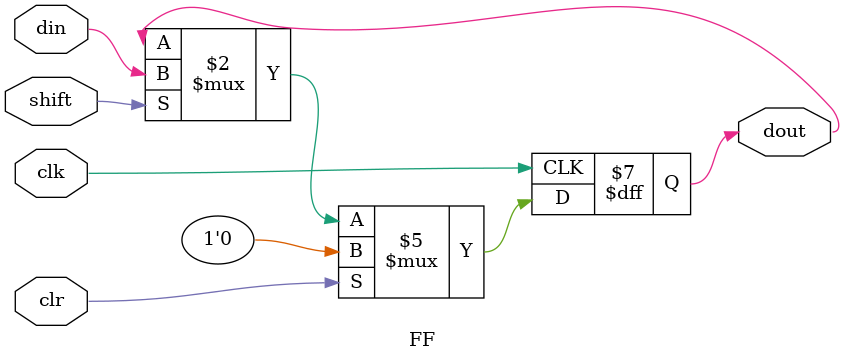
<source format=v>
`timescale 1ns/1ps

module FF(dout, din,shift, clr, clk);
    input din,clr ,clk, shift;
    output reg dout;
    
    always @(posedge clk)
        if (clr) dout<=0;
        else if (shift) dout<=din;
        
endmodule
</source>
